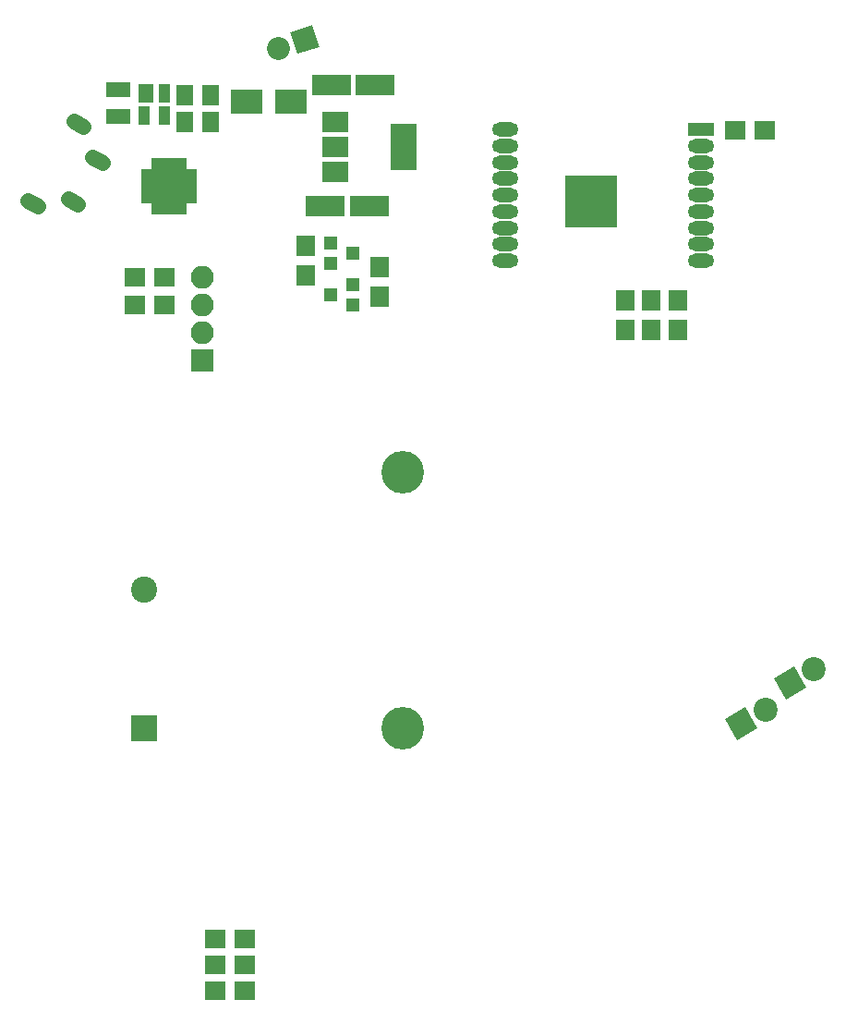
<source format=gbs>
G04 #@! TF.FileFunction,Soldermask,Bot*
%FSLAX46Y46*%
G04 Gerber Fmt 4.6, Leading zero omitted, Abs format (unit mm)*
G04 Created by KiCad (PCBNEW 4.0.7) date Monday, 12 '12e' March '12e' 2018, 16:25:27*
%MOMM*%
%LPD*%
G01*
G04 APERTURE LIST*
%ADD10C,0.100000*%
%ADD11O,2.400000X1.300000*%
%ADD12R,2.400000X1.300000*%
%ADD13R,4.700000X4.700000*%
%ADD14C,1.300000*%
%ADD15R,1.700000X1.900000*%
%ADD16R,2.400000X4.200000*%
%ADD17R,2.400000X1.900000*%
%ADD18R,3.600000X1.900000*%
%ADD19R,1.900000X1.700000*%
%ADD20R,1.650000X1.900000*%
%ADD21C,2.200000*%
%ADD22R,2.900000X2.200000*%
%ADD23R,2.200000X1.400000*%
%ADD24C,1.400000*%
%ADD25C,1.450000*%
%ADD26R,2.100000X2.100000*%
%ADD27O,2.100000X2.100000*%
%ADD28C,2.100000*%
%ADD29R,1.300000X1.200000*%
%ADD30R,1.210000X0.670000*%
%ADD31R,0.670000X1.210000*%
%ADD32R,3.100000X3.100000*%
%ADD33R,1.390000X1.700000*%
%ADD34R,0.990000X1.700000*%
%ADD35R,2.400000X2.400000*%
%ADD36C,2.400000*%
%ADD37C,3.900000*%
G04 APERTURE END LIST*
D10*
D11*
X128490000Y-55390000D03*
X146490000Y-55390000D03*
D12*
X146490000Y-43390000D03*
D11*
X146490000Y-44890000D03*
X146490000Y-46390000D03*
X146490000Y-47890000D03*
X146490000Y-49390000D03*
X146490000Y-50890000D03*
X146490000Y-52390000D03*
X146490000Y-53890000D03*
X128490000Y-53890000D03*
X128490000Y-52390000D03*
X128490000Y-50890000D03*
X128490000Y-49390000D03*
X128490000Y-47890000D03*
X128490000Y-46390000D03*
X128490000Y-44890000D03*
X128490000Y-43390000D03*
D13*
X136370000Y-49970000D03*
D14*
X137990000Y-48390000D03*
X136865000Y-48390000D03*
X135765000Y-48390000D03*
X134740000Y-48390000D03*
X137990000Y-49840000D03*
X135765000Y-49840000D03*
X134740000Y-49840000D03*
X136865000Y-49840000D03*
X137990000Y-51190000D03*
X135765000Y-51190000D03*
X134740000Y-51190000D03*
X136865000Y-51190000D03*
D15*
X144340000Y-61740000D03*
X144340000Y-59040000D03*
D16*
X119250000Y-44950000D03*
D17*
X112950000Y-44950000D03*
X112950000Y-42650000D03*
X112950000Y-47250000D03*
D18*
X116040000Y-50390000D03*
X112040000Y-50390000D03*
D19*
X149590000Y-43440000D03*
X152290000Y-43440000D03*
D20*
X99155000Y-42714999D03*
X99155000Y-40214999D03*
X101550000Y-42700000D03*
X101550000Y-40200000D03*
D10*
G36*
X154227372Y-95602628D02*
X153127372Y-93697372D01*
X155032628Y-92597372D01*
X156132628Y-94502628D01*
X154227372Y-95602628D01*
X154227372Y-95602628D01*
G37*
D21*
X156829705Y-92830000D03*
D22*
X108850000Y-40850000D03*
X104850000Y-40850000D03*
D23*
X93050000Y-42200000D03*
X93050000Y-39700000D03*
D24*
X88490816Y-49734817D02*
X89356842Y-50234817D01*
D25*
X84782837Y-49857227D02*
X85692163Y-50382227D01*
X88957837Y-42625914D02*
X89867163Y-43150914D01*
D24*
X90715816Y-45881004D02*
X91581842Y-46381004D01*
D26*
X100750000Y-64500000D03*
D27*
X100750000Y-61960000D03*
X100750000Y-59420000D03*
X100750000Y-56880000D03*
D10*
G36*
X108816923Y-34465859D02*
X110814141Y-33816923D01*
X111463077Y-35814141D01*
X109465859Y-36463077D01*
X108816923Y-34465859D01*
X108816923Y-34465859D01*
G37*
D28*
X107724316Y-35924903D02*
X107724316Y-35924903D01*
D29*
X112517052Y-55673168D03*
X112517052Y-53773168D03*
X114517052Y-54723168D03*
X114517052Y-57573168D03*
X114517052Y-59473168D03*
X112517052Y-58523168D03*
D10*
G36*
X149767372Y-99302628D02*
X148667372Y-97397372D01*
X150572628Y-96297372D01*
X151672628Y-98202628D01*
X149767372Y-99302628D01*
X149767372Y-99302628D01*
G37*
D21*
X152369705Y-96530000D03*
D15*
X141890000Y-59040000D03*
X141890000Y-61740000D03*
X139490000Y-61740000D03*
X139490000Y-59040000D03*
X116967052Y-56023168D03*
X116967052Y-58723168D03*
X110267052Y-56723168D03*
X110267052Y-54023168D03*
D19*
X104640000Y-119940000D03*
X101940000Y-119940000D03*
X104640000Y-117540000D03*
X101940000Y-117540000D03*
X104640000Y-122240000D03*
X101940000Y-122240000D03*
D30*
X95735000Y-49830000D03*
X95735000Y-49330000D03*
X95735000Y-48830000D03*
X95735000Y-48330000D03*
X95735000Y-47830000D03*
X95735000Y-47330000D03*
D31*
X96440000Y-46625000D03*
X96940000Y-46625000D03*
X97440000Y-46625000D03*
X97940000Y-46625000D03*
X98440000Y-46625000D03*
X98940000Y-46625000D03*
D30*
X99645000Y-47330000D03*
X99645000Y-47830000D03*
X99645000Y-48330000D03*
X99645000Y-48830000D03*
X99645000Y-49330000D03*
X99645000Y-49830000D03*
D31*
X98940000Y-50535000D03*
X98440000Y-50535000D03*
X97940000Y-50535000D03*
X97440000Y-50535000D03*
X96940000Y-50535000D03*
X96440000Y-50535000D03*
D32*
X97710000Y-48560000D03*
D33*
X95590000Y-40075000D03*
D34*
X97310000Y-40075000D03*
X97310000Y-42125000D03*
X95390000Y-42125000D03*
D18*
X112580000Y-39340000D03*
X116580000Y-39340000D03*
D35*
X95440000Y-98240000D03*
D36*
X95440000Y-85540000D03*
D37*
X119163600Y-74745000D03*
X119163600Y-98240000D03*
D19*
X94590000Y-59440000D03*
X97290000Y-59440000D03*
X94590000Y-56890000D03*
X97290000Y-56890000D03*
M02*

</source>
